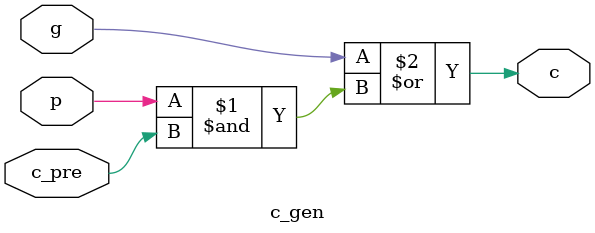
<source format=v>
module test_adder (
    input       [7:0]       a,
    input       [7:0]       b,
    input                   sub,
    output      [7:0]       sum,
    output                  N,   // Negative flag
    output                  Z,   // Zero flag
    output                  C,   // Carry flag
    output                  V    // Overflow flag
);

    wire [31:0] b_eff;       // Effective B (B or ~B)
    wire [31:0] p, g;        // Generate and Propagate
    wire [31:0] c;           // Carry bits

    // Effective B calculation based on Sub signal
    assign b_eff = b ^ {32{sub}};  // XOR with Sub to get B or ~B

    // Generate and Propagate
    // Stage 0
    assign g = a & b_eff;   // Generate
    assign p = a ^ b_eff;   // Propagate

    // Combine multiple stages for Kogge-Stone logic
    wire    [7:0]  g1, p1, g2, p2, g3, p3, g4, p4, g5, p5;

    // Stage 1
    assign {g1[0], p1[0]} = {g[0], p[0]};
    gp s1_01(.g_cur(g[1]), .p_cur(p[1]), .g_pre(g[0]), .p_pre(p[0]), .g_out(g1[1]), .p_out(p1[1]));
    gp s1_02(.g_cur(g[2]), .p_cur(p[2]), .g_pre(g[1]), .p_pre(p[1]), .g_out(g1[2]), .p_out(p1[2]));
    gp s1_03(.g_cur(g[3]), .p_cur(p[3]), .g_pre(g[2]), .p_pre(p[2]), .g_out(g1[3]), .p_out(p1[3]));
    gp s1_04(.g_cur(g[4]), .p_cur(p[4]), .g_pre(g[3]), .p_pre(p[3]), .g_out(g1[4]), .p_out(p1[4]));
    gp s1_05(.g_cur(g[5]), .p_cur(p[5]), .g_pre(g[4]), .p_pre(p[4]), .g_out(g1[5]), .p_out(p1[5]));
    gp s1_06(.g_cur(g[6]), .p_cur(p[6]), .g_pre(g[5]), .p_pre(p[5]), .g_out(g1[6]), .p_out(p1[6]));
    gp s1_07(.g_cur(g[7]), .p_cur(p[7]), .g_pre(g[6]), .p_pre(p[6]), .g_out(g1[7]), .p_out(p1[7]));

    // Stage 2
    assign {g2[0], p2[0]} = {g1[0], p1[0]};
    assign {g2[1], p2[1]} = {g1[1], p1[1]};
    gp s2_01(.g_cur(g1[2]), .p_cur(p1[2]), .g_pre(g1[1]), .p_pre(p1[1]), .g_out(g2[2]), .p_out(p2[2]));
    gp s2_02(.g_cur(g1[3]), .p_cur(p1[3]), .g_pre(g1[2]), .p_pre(p1[2]), .g_out(g2[3]), .p_out(p2[3]));
    gp s2_03(.g_cur(g1[4]), .p_cur(p1[4]), .g_pre(g1[3]), .p_pre(p1[3]), .g_out(g2[4]), .p_out(p2[4]));
    gp s2_04(.g_cur(g1[5]), .p_cur(p1[5]), .g_pre(g1[4]), .p_pre(p1[4]), .g_out(g2[5]), .p_out(p2[5]));
    gp s2_05(.g_cur(g1[6]), .p_cur(p1[6]), .g_pre(g1[5]), .p_pre(p1[5]), .g_out(g2[6]), .p_out(p2[6]));
    gp s2_06(.g_cur(g1[7]), .p_cur(p1[7]), .g_pre(g1[6]), .p_pre(p1[6]), .g_out(g2[7]), .p_out(p2[7]));

    // Stage 3
    assign {g3[0], p3[0]} = {g2[0], p2[0]};
    assign {g3[1], p3[1]} = {g2[1], p2[1]};
    assign {g3[2], p3[2]} = {g2[2], p2[2]};
    assign {g3[3], p3[3]} = {g2[3], p2[3]};
    gp s3_01(.g_cur(g2[4]), .p_cur(p2[4]), .g_pre(g2[3]), .p_pre(p2[3]), .g_out(g3[4]), .p_out(p3[4]));
    gp s3_02(.g_cur(g2[5]), .p_cur(p2[5]), .g_pre(g2[4]), .p_pre(p2[4]), .g_out(g3[5]), .p_out(p3[5]));
    gp s3_03(.g_cur(g2[6]), .p_cur(p2[6]), .g_pre(g2[5]), .p_pre(p2[5]), .g_out(g3[6]), .p_out(p3[6]));
    gp s3_04(.g_cur(g2[7]), .p_cur(p2[7]), .g_pre(g2[6]), .p_pre(p2[6]), .g_out(g3[7]), .p_out(p3[7]));

    // Carry calculation
    assign c[0] = sub;
    c_gen carry_1(.g(1), .p(1), .c_pre(c[0]), .c(c[1]));
    c_gen carry_2(.g(2), .p(2), .c_pre(c[1]), .c(c[2]));
    c_gen carry_3(.g(3), .p(3), .c_pre(c[2]), .c(c[3]));
    c_gen carry_4(.g(4), .p(4), .c_pre(c[3]), .c(c[4]));
    c_gen carry_5(.g(5), .p(5), .c_pre(c[4]), .c(c[5]));
    c_gen carry_6(.g(6), .p(6), .c_pre(c[5]), .c(c[6]));
    c_gen carry_7(.g(7), .p(7), .c_pre(c[6]), .c(c[7]));

    // Sum calculation
    assign sum = p ^ c;

    // Flags
    assign N = sum[7];          // Negative flag
    assign Z = (sum == 7'b0);   // Zero flag
    assign C = c[7];             // Carry flag
    assign V = c[7] ^ c[7];  // Overflow flag

endmodule

module gp(
    input   wire    g_cur,
    input   wire    p_cur,
    input   wire    g_pre,
    input   wire    p_pre,
    output  wire    g_out,
    output  wire    p_out
);
    assign {g_out, p_out} = {(g_cur | (p_cur & g_pre)), (p_cur & p_pre)};
endmodule

module c_gen(
    input   wire    g,
    input   wire    p,
    input   wire    c_pre,
    output  wire    c
);
    assign c = g | (p & c_pre);
endmodule
</source>
